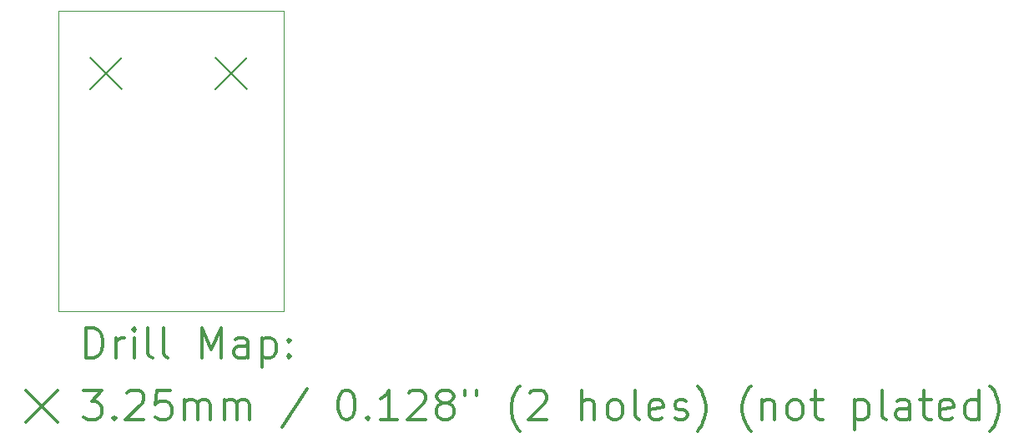
<source format=gbr>
%FSLAX45Y45*%
G04 Gerber Fmt 4.5, Leading zero omitted, Abs format (unit mm)*
G04 Created by KiCad (PCBNEW (5.1.9)-1) date 2021-09-29 15:50:40*
%MOMM*%
%LPD*%
G01*
G04 APERTURE LIST*
%TA.AperFunction,Profile*%
%ADD10C,0.100000*%
%TD*%
%ADD11C,0.200000*%
%ADD12C,0.300000*%
G04 APERTURE END LIST*
D10*
X8763000Y-10160000D02*
X6477000Y-10160000D01*
X8763000Y-13208000D02*
X8763000Y-10160000D01*
X6477000Y-13208000D02*
X8763000Y-13208000D01*
X6477000Y-10160000D02*
X6477000Y-13208000D01*
D11*
X6797500Y-10632500D02*
X7122500Y-10957500D01*
X7122500Y-10632500D02*
X6797500Y-10957500D01*
X8067500Y-10632500D02*
X8392500Y-10957500D01*
X8392500Y-10632500D02*
X8067500Y-10957500D01*
D12*
X6758428Y-13678714D02*
X6758428Y-13378714D01*
X6829857Y-13378714D01*
X6872714Y-13393000D01*
X6901286Y-13421571D01*
X6915571Y-13450143D01*
X6929857Y-13507286D01*
X6929857Y-13550143D01*
X6915571Y-13607286D01*
X6901286Y-13635857D01*
X6872714Y-13664429D01*
X6829857Y-13678714D01*
X6758428Y-13678714D01*
X7058428Y-13678714D02*
X7058428Y-13478714D01*
X7058428Y-13535857D02*
X7072714Y-13507286D01*
X7087000Y-13493000D01*
X7115571Y-13478714D01*
X7144143Y-13478714D01*
X7244143Y-13678714D02*
X7244143Y-13478714D01*
X7244143Y-13378714D02*
X7229857Y-13393000D01*
X7244143Y-13407286D01*
X7258428Y-13393000D01*
X7244143Y-13378714D01*
X7244143Y-13407286D01*
X7429857Y-13678714D02*
X7401286Y-13664429D01*
X7387000Y-13635857D01*
X7387000Y-13378714D01*
X7587000Y-13678714D02*
X7558428Y-13664429D01*
X7544143Y-13635857D01*
X7544143Y-13378714D01*
X7929857Y-13678714D02*
X7929857Y-13378714D01*
X8029857Y-13593000D01*
X8129857Y-13378714D01*
X8129857Y-13678714D01*
X8401286Y-13678714D02*
X8401286Y-13521571D01*
X8387000Y-13493000D01*
X8358428Y-13478714D01*
X8301286Y-13478714D01*
X8272714Y-13493000D01*
X8401286Y-13664429D02*
X8372714Y-13678714D01*
X8301286Y-13678714D01*
X8272714Y-13664429D01*
X8258428Y-13635857D01*
X8258428Y-13607286D01*
X8272714Y-13578714D01*
X8301286Y-13564429D01*
X8372714Y-13564429D01*
X8401286Y-13550143D01*
X8544143Y-13478714D02*
X8544143Y-13778714D01*
X8544143Y-13493000D02*
X8572714Y-13478714D01*
X8629857Y-13478714D01*
X8658428Y-13493000D01*
X8672714Y-13507286D01*
X8687000Y-13535857D01*
X8687000Y-13621571D01*
X8672714Y-13650143D01*
X8658428Y-13664429D01*
X8629857Y-13678714D01*
X8572714Y-13678714D01*
X8544143Y-13664429D01*
X8815571Y-13650143D02*
X8829857Y-13664429D01*
X8815571Y-13678714D01*
X8801286Y-13664429D01*
X8815571Y-13650143D01*
X8815571Y-13678714D01*
X8815571Y-13493000D02*
X8829857Y-13507286D01*
X8815571Y-13521571D01*
X8801286Y-13507286D01*
X8815571Y-13493000D01*
X8815571Y-13521571D01*
X6147000Y-14010500D02*
X6472000Y-14335500D01*
X6472000Y-14010500D02*
X6147000Y-14335500D01*
X6729857Y-14008714D02*
X6915571Y-14008714D01*
X6815571Y-14123000D01*
X6858428Y-14123000D01*
X6887000Y-14137286D01*
X6901286Y-14151571D01*
X6915571Y-14180143D01*
X6915571Y-14251571D01*
X6901286Y-14280143D01*
X6887000Y-14294429D01*
X6858428Y-14308714D01*
X6772714Y-14308714D01*
X6744143Y-14294429D01*
X6729857Y-14280143D01*
X7044143Y-14280143D02*
X7058428Y-14294429D01*
X7044143Y-14308714D01*
X7029857Y-14294429D01*
X7044143Y-14280143D01*
X7044143Y-14308714D01*
X7172714Y-14037286D02*
X7187000Y-14023000D01*
X7215571Y-14008714D01*
X7287000Y-14008714D01*
X7315571Y-14023000D01*
X7329857Y-14037286D01*
X7344143Y-14065857D01*
X7344143Y-14094429D01*
X7329857Y-14137286D01*
X7158428Y-14308714D01*
X7344143Y-14308714D01*
X7615571Y-14008714D02*
X7472714Y-14008714D01*
X7458428Y-14151571D01*
X7472714Y-14137286D01*
X7501286Y-14123000D01*
X7572714Y-14123000D01*
X7601286Y-14137286D01*
X7615571Y-14151571D01*
X7629857Y-14180143D01*
X7629857Y-14251571D01*
X7615571Y-14280143D01*
X7601286Y-14294429D01*
X7572714Y-14308714D01*
X7501286Y-14308714D01*
X7472714Y-14294429D01*
X7458428Y-14280143D01*
X7758428Y-14308714D02*
X7758428Y-14108714D01*
X7758428Y-14137286D02*
X7772714Y-14123000D01*
X7801286Y-14108714D01*
X7844143Y-14108714D01*
X7872714Y-14123000D01*
X7887000Y-14151571D01*
X7887000Y-14308714D01*
X7887000Y-14151571D02*
X7901286Y-14123000D01*
X7929857Y-14108714D01*
X7972714Y-14108714D01*
X8001286Y-14123000D01*
X8015571Y-14151571D01*
X8015571Y-14308714D01*
X8158428Y-14308714D02*
X8158428Y-14108714D01*
X8158428Y-14137286D02*
X8172714Y-14123000D01*
X8201286Y-14108714D01*
X8244143Y-14108714D01*
X8272714Y-14123000D01*
X8287000Y-14151571D01*
X8287000Y-14308714D01*
X8287000Y-14151571D02*
X8301286Y-14123000D01*
X8329857Y-14108714D01*
X8372714Y-14108714D01*
X8401286Y-14123000D01*
X8415571Y-14151571D01*
X8415571Y-14308714D01*
X9001286Y-13994429D02*
X8744143Y-14380143D01*
X9387000Y-14008714D02*
X9415571Y-14008714D01*
X9444143Y-14023000D01*
X9458428Y-14037286D01*
X9472714Y-14065857D01*
X9487000Y-14123000D01*
X9487000Y-14194429D01*
X9472714Y-14251571D01*
X9458428Y-14280143D01*
X9444143Y-14294429D01*
X9415571Y-14308714D01*
X9387000Y-14308714D01*
X9358428Y-14294429D01*
X9344143Y-14280143D01*
X9329857Y-14251571D01*
X9315571Y-14194429D01*
X9315571Y-14123000D01*
X9329857Y-14065857D01*
X9344143Y-14037286D01*
X9358428Y-14023000D01*
X9387000Y-14008714D01*
X9615571Y-14280143D02*
X9629857Y-14294429D01*
X9615571Y-14308714D01*
X9601286Y-14294429D01*
X9615571Y-14280143D01*
X9615571Y-14308714D01*
X9915571Y-14308714D02*
X9744143Y-14308714D01*
X9829857Y-14308714D02*
X9829857Y-14008714D01*
X9801286Y-14051571D01*
X9772714Y-14080143D01*
X9744143Y-14094429D01*
X10029857Y-14037286D02*
X10044143Y-14023000D01*
X10072714Y-14008714D01*
X10144143Y-14008714D01*
X10172714Y-14023000D01*
X10187000Y-14037286D01*
X10201286Y-14065857D01*
X10201286Y-14094429D01*
X10187000Y-14137286D01*
X10015571Y-14308714D01*
X10201286Y-14308714D01*
X10372714Y-14137286D02*
X10344143Y-14123000D01*
X10329857Y-14108714D01*
X10315571Y-14080143D01*
X10315571Y-14065857D01*
X10329857Y-14037286D01*
X10344143Y-14023000D01*
X10372714Y-14008714D01*
X10429857Y-14008714D01*
X10458428Y-14023000D01*
X10472714Y-14037286D01*
X10487000Y-14065857D01*
X10487000Y-14080143D01*
X10472714Y-14108714D01*
X10458428Y-14123000D01*
X10429857Y-14137286D01*
X10372714Y-14137286D01*
X10344143Y-14151571D01*
X10329857Y-14165857D01*
X10315571Y-14194429D01*
X10315571Y-14251571D01*
X10329857Y-14280143D01*
X10344143Y-14294429D01*
X10372714Y-14308714D01*
X10429857Y-14308714D01*
X10458428Y-14294429D01*
X10472714Y-14280143D01*
X10487000Y-14251571D01*
X10487000Y-14194429D01*
X10472714Y-14165857D01*
X10458428Y-14151571D01*
X10429857Y-14137286D01*
X10601286Y-14008714D02*
X10601286Y-14065857D01*
X10715571Y-14008714D02*
X10715571Y-14065857D01*
X11158428Y-14423000D02*
X11144143Y-14408714D01*
X11115571Y-14365857D01*
X11101286Y-14337286D01*
X11087000Y-14294429D01*
X11072714Y-14223000D01*
X11072714Y-14165857D01*
X11087000Y-14094429D01*
X11101286Y-14051571D01*
X11115571Y-14023000D01*
X11144143Y-13980143D01*
X11158428Y-13965857D01*
X11258428Y-14037286D02*
X11272714Y-14023000D01*
X11301286Y-14008714D01*
X11372714Y-14008714D01*
X11401286Y-14023000D01*
X11415571Y-14037286D01*
X11429857Y-14065857D01*
X11429857Y-14094429D01*
X11415571Y-14137286D01*
X11244143Y-14308714D01*
X11429857Y-14308714D01*
X11787000Y-14308714D02*
X11787000Y-14008714D01*
X11915571Y-14308714D02*
X11915571Y-14151571D01*
X11901286Y-14123000D01*
X11872714Y-14108714D01*
X11829857Y-14108714D01*
X11801286Y-14123000D01*
X11787000Y-14137286D01*
X12101286Y-14308714D02*
X12072714Y-14294429D01*
X12058428Y-14280143D01*
X12044143Y-14251571D01*
X12044143Y-14165857D01*
X12058428Y-14137286D01*
X12072714Y-14123000D01*
X12101286Y-14108714D01*
X12144143Y-14108714D01*
X12172714Y-14123000D01*
X12187000Y-14137286D01*
X12201286Y-14165857D01*
X12201286Y-14251571D01*
X12187000Y-14280143D01*
X12172714Y-14294429D01*
X12144143Y-14308714D01*
X12101286Y-14308714D01*
X12372714Y-14308714D02*
X12344143Y-14294429D01*
X12329857Y-14265857D01*
X12329857Y-14008714D01*
X12601286Y-14294429D02*
X12572714Y-14308714D01*
X12515571Y-14308714D01*
X12487000Y-14294429D01*
X12472714Y-14265857D01*
X12472714Y-14151571D01*
X12487000Y-14123000D01*
X12515571Y-14108714D01*
X12572714Y-14108714D01*
X12601286Y-14123000D01*
X12615571Y-14151571D01*
X12615571Y-14180143D01*
X12472714Y-14208714D01*
X12729857Y-14294429D02*
X12758428Y-14308714D01*
X12815571Y-14308714D01*
X12844143Y-14294429D01*
X12858428Y-14265857D01*
X12858428Y-14251571D01*
X12844143Y-14223000D01*
X12815571Y-14208714D01*
X12772714Y-14208714D01*
X12744143Y-14194429D01*
X12729857Y-14165857D01*
X12729857Y-14151571D01*
X12744143Y-14123000D01*
X12772714Y-14108714D01*
X12815571Y-14108714D01*
X12844143Y-14123000D01*
X12958428Y-14423000D02*
X12972714Y-14408714D01*
X13001286Y-14365857D01*
X13015571Y-14337286D01*
X13029857Y-14294429D01*
X13044143Y-14223000D01*
X13044143Y-14165857D01*
X13029857Y-14094429D01*
X13015571Y-14051571D01*
X13001286Y-14023000D01*
X12972714Y-13980143D01*
X12958428Y-13965857D01*
X13501286Y-14423000D02*
X13487000Y-14408714D01*
X13458428Y-14365857D01*
X13444143Y-14337286D01*
X13429857Y-14294429D01*
X13415571Y-14223000D01*
X13415571Y-14165857D01*
X13429857Y-14094429D01*
X13444143Y-14051571D01*
X13458428Y-14023000D01*
X13487000Y-13980143D01*
X13501286Y-13965857D01*
X13615571Y-14108714D02*
X13615571Y-14308714D01*
X13615571Y-14137286D02*
X13629857Y-14123000D01*
X13658428Y-14108714D01*
X13701286Y-14108714D01*
X13729857Y-14123000D01*
X13744143Y-14151571D01*
X13744143Y-14308714D01*
X13929857Y-14308714D02*
X13901286Y-14294429D01*
X13887000Y-14280143D01*
X13872714Y-14251571D01*
X13872714Y-14165857D01*
X13887000Y-14137286D01*
X13901286Y-14123000D01*
X13929857Y-14108714D01*
X13972714Y-14108714D01*
X14001286Y-14123000D01*
X14015571Y-14137286D01*
X14029857Y-14165857D01*
X14029857Y-14251571D01*
X14015571Y-14280143D01*
X14001286Y-14294429D01*
X13972714Y-14308714D01*
X13929857Y-14308714D01*
X14115571Y-14108714D02*
X14229857Y-14108714D01*
X14158428Y-14008714D02*
X14158428Y-14265857D01*
X14172714Y-14294429D01*
X14201286Y-14308714D01*
X14229857Y-14308714D01*
X14558428Y-14108714D02*
X14558428Y-14408714D01*
X14558428Y-14123000D02*
X14587000Y-14108714D01*
X14644143Y-14108714D01*
X14672714Y-14123000D01*
X14687000Y-14137286D01*
X14701286Y-14165857D01*
X14701286Y-14251571D01*
X14687000Y-14280143D01*
X14672714Y-14294429D01*
X14644143Y-14308714D01*
X14587000Y-14308714D01*
X14558428Y-14294429D01*
X14872714Y-14308714D02*
X14844143Y-14294429D01*
X14829857Y-14265857D01*
X14829857Y-14008714D01*
X15115571Y-14308714D02*
X15115571Y-14151571D01*
X15101286Y-14123000D01*
X15072714Y-14108714D01*
X15015571Y-14108714D01*
X14987000Y-14123000D01*
X15115571Y-14294429D02*
X15087000Y-14308714D01*
X15015571Y-14308714D01*
X14987000Y-14294429D01*
X14972714Y-14265857D01*
X14972714Y-14237286D01*
X14987000Y-14208714D01*
X15015571Y-14194429D01*
X15087000Y-14194429D01*
X15115571Y-14180143D01*
X15215571Y-14108714D02*
X15329857Y-14108714D01*
X15258428Y-14008714D02*
X15258428Y-14265857D01*
X15272714Y-14294429D01*
X15301286Y-14308714D01*
X15329857Y-14308714D01*
X15544143Y-14294429D02*
X15515571Y-14308714D01*
X15458428Y-14308714D01*
X15429857Y-14294429D01*
X15415571Y-14265857D01*
X15415571Y-14151571D01*
X15429857Y-14123000D01*
X15458428Y-14108714D01*
X15515571Y-14108714D01*
X15544143Y-14123000D01*
X15558428Y-14151571D01*
X15558428Y-14180143D01*
X15415571Y-14208714D01*
X15815571Y-14308714D02*
X15815571Y-14008714D01*
X15815571Y-14294429D02*
X15787000Y-14308714D01*
X15729857Y-14308714D01*
X15701286Y-14294429D01*
X15687000Y-14280143D01*
X15672714Y-14251571D01*
X15672714Y-14165857D01*
X15687000Y-14137286D01*
X15701286Y-14123000D01*
X15729857Y-14108714D01*
X15787000Y-14108714D01*
X15815571Y-14123000D01*
X15929857Y-14423000D02*
X15944143Y-14408714D01*
X15972714Y-14365857D01*
X15987000Y-14337286D01*
X16001286Y-14294429D01*
X16015571Y-14223000D01*
X16015571Y-14165857D01*
X16001286Y-14094429D01*
X15987000Y-14051571D01*
X15972714Y-14023000D01*
X15944143Y-13980143D01*
X15929857Y-13965857D01*
M02*

</source>
